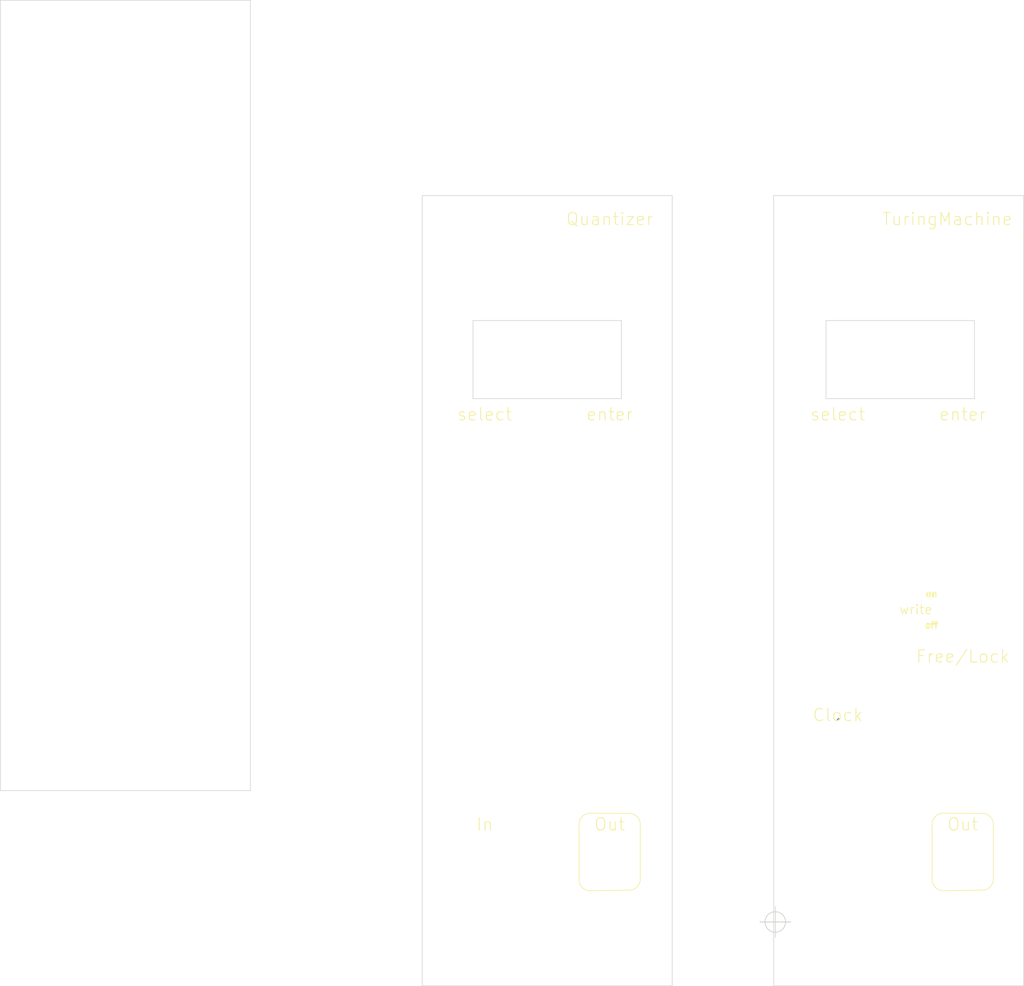
<source format=kicad_pcb>
(kicad_pcb (version 20171130) (host pcbnew "(5.1.8-0-10_14)")

  (general
    (thickness 1.6)
    (drawings 32)
    (tracks 1)
    (zones 0)
    (modules 17)
    (nets 2)
  )

  (page A4)
  (layers
    (0 F.Cu signal)
    (31 B.Cu signal)
    (32 B.Adhes user)
    (33 F.Adhes user)
    (34 B.Paste user)
    (35 F.Paste user)
    (36 B.SilkS user)
    (37 F.SilkS user)
    (38 B.Mask user)
    (39 F.Mask user)
    (40 Dwgs.User user)
    (41 Cmts.User user)
    (42 Eco1.User user)
    (43 Eco2.User user)
    (44 Edge.Cuts user)
    (45 Margin user)
    (46 B.CrtYd user)
    (47 F.CrtYd user)
    (48 B.Fab user)
    (49 F.Fab user)
  )

  (setup
    (last_trace_width 0.25)
    (user_trace_width 0.5)
    (user_trace_width 0.5)
    (user_trace_width 0.5)
    (trace_clearance 0.2)
    (zone_clearance 0.508)
    (zone_45_only no)
    (trace_min 0.2)
    (via_size 0.8)
    (via_drill 0.4)
    (via_min_size 0.4)
    (via_min_drill 0.3)
    (uvia_size 0.3)
    (uvia_drill 0.1)
    (uvias_allowed no)
    (uvia_min_size 0.2)
    (uvia_min_drill 0.1)
    (edge_width 0.1)
    (segment_width 0.2)
    (pcb_text_width 0.3)
    (pcb_text_size 1.5 1.5)
    (mod_edge_width 0.15)
    (mod_text_size 1 1)
    (mod_text_width 0.15)
    (pad_size 1.524 1.524)
    (pad_drill 0.762)
    (pad_to_mask_clearance 0)
    (aux_axis_origin 125.984 149.86)
    (grid_origin 125.984 149.86)
    (visible_elements FFFFFF7F)
    (pcbplotparams
      (layerselection 0x010fc_ffffffff)
      (usegerberextensions false)
      (usegerberattributes true)
      (usegerberadvancedattributes true)
      (creategerberjobfile true)
      (excludeedgelayer true)
      (linewidth 0.100000)
      (plotframeref false)
      (viasonmask false)
      (mode 1)
      (useauxorigin false)
      (hpglpennumber 1)
      (hpglpenspeed 20)
      (hpglpendiameter 15.000000)
      (psnegative false)
      (psa4output false)
      (plotreference true)
      (plotvalue true)
      (plotinvisibletext false)
      (padsonsilk false)
      (subtractmaskfromsilk false)
      (outputformat 1)
      (mirror false)
      (drillshape 1)
      (scaleselection 1)
      (outputdirectory ""))
  )

  (net 0 "")
  (net 1 "Net-(D5-Pad2)")

  (net_class Default "これはデフォルトのネット クラスです。"
    (clearance 0.2)
    (trace_width 0.25)
    (via_dia 0.8)
    (via_drill 0.4)
    (uvia_dia 0.3)
    (uvia_drill 0.1)
    (add_net "Net-(D5-Pad2)")
  )

  (module Attenuverter:annotation_3.5mm_jack_in (layer F.Cu) (tedit 6226F220) (tstamp 622B016B)
    (at 78.74 139.7)
    (fp_text reference In (at 0 -5.715) (layer F.SilkS)
      (effects (font (size 2 2) (thickness 0.15)))
    )
    (fp_text value annotation_3.5mm_jack_in (at 0 6.35) (layer F.Fab) hide
      (effects (font (size 1 1) (thickness 0.15)))
    )
    (fp_circle (center 0 0) (end 4 0) (layer Dwgs.User) (width 0.12))
    (fp_text user %R (at 0.3 0) (layer F.Fab) hide
      (effects (font (size 1 1) (thickness 0.15)))
    )
    (pad 1 np_thru_hole circle (at 0 0) (size 6 6) (drill 6) (layers *.Cu *.Mask))
  )

  (module MountingHole:MountingHole_3.2mm_M3 (layer F.Cu) (tedit 56D1B4CB) (tstamp 622B0062)
    (at 35.56 124.46)
    (descr "Mounting Hole 3.2mm, no annular, M3")
    (tags "mounting hole 3.2mm no annular m3")
    (attr virtual)
    (fp_text reference REF** (at 0 -4.2) (layer F.SilkS) hide
      (effects (font (size 1 1) (thickness 0.15)))
    )
    (fp_text value MountingHole_3.2mm_M3 (at 0 4.2) (layer F.Fab) hide
      (effects (font (size 1 1) (thickness 0.15)))
    )
    (fp_circle (center 0 0) (end 3.45 0) (layer F.CrtYd) (width 0.05))
    (fp_circle (center 0 0) (end 3.2 0) (layer Cmts.User) (width 0.15))
    (fp_text user %R (at 4.12 0.54) (layer F.Fab) hide
      (effects (font (size 1 1) (thickness 0.15)))
    )
    (pad 1 np_thru_hole circle (at 0 0) (size 3.2 3.2) (drill 3.2) (layers *.Cu *.Mask))
  )

  (module MountingHole:MountingHole_3.2mm_M3 (layer F.Cu) (tedit 56D1B4CB) (tstamp 622B00FC)
    (at 73.66 35.56)
    (descr "Mounting Hole 3.2mm, no annular, M3")
    (tags "mounting hole 3.2mm no annular m3")
    (attr virtual)
    (fp_text reference REF** (at 0 -4.2) (layer F.SilkS) hide
      (effects (font (size 1 1) (thickness 0.15)))
    )
    (fp_text value MountingHole_3.2mm_M3 (at 0 4.2) (layer F.Fab) hide
      (effects (font (size 1 1) (thickness 0.15)))
    )
    (fp_circle (center 0 0) (end 3.45 0) (layer F.CrtYd) (width 0.05))
    (fp_circle (center 0 0) (end 3.2 0) (layer Cmts.User) (width 0.15))
    (fp_text user %R (at 1.27 -0.31) (layer F.Fab) hide
      (effects (font (size 1 1) (thickness 0.15)))
    )
    (pad 1 np_thru_hole circle (at 0 0) (size 3.2 3.2) (drill 3.2) (layers *.Cu *.Mask))
  )

  (module Attenuverter:annotation_5.9mm_button (layer F.Cu) (tedit 622AA7A9) (tstamp 622B0406)
    (at 99.06 77.47)
    (fp_text reference enter (at 0 -10.16) (layer F.SilkS)
      (effects (font (size 2 2) (thickness 0.15)))
    )
    (fp_text value annotation_5.9mm_button (at 0 6.985) (layer F.Fab) hide
      (effects (font (size 1 1) (thickness 0.15)))
    )
    (fp_circle (center 0 0) (end 5.7 0) (layer Dwgs.User) (width 0.12))
    (pad "" np_thru_hole circle (at 0 0) (size 5.9 5.9) (drill 5.9) (layers *.Cu *.Mask))
  )

  (module MountingHole:MountingHole_3.2mm_M3 (layer F.Cu) (tedit 56D1B4CB) (tstamp 622B0103)
    (at 104.14 156.21)
    (descr "Mounting Hole 3.2mm, no annular, M3")
    (tags "mounting hole 3.2mm no annular m3")
    (attr virtual)
    (fp_text reference REF** (at 0 -4.2) (layer F.SilkS) hide
      (effects (font (size 1 1) (thickness 0.15)))
    )
    (fp_text value MountingHole_3.2mm_M3 (at 0 4.2) (layer F.Fab) hide
      (effects (font (size 1 1) (thickness 0.15)))
    )
    (fp_circle (center 0 0) (end 3.45 0) (layer F.CrtYd) (width 0.05))
    (fp_circle (center 0 0) (end 3.2 0) (layer Cmts.User) (width 0.15))
    (fp_text user %R (at 4.12 0.54) (layer F.Fab) hide
      (effects (font (size 1 1) (thickness 0.15)))
    )
    (pad 1 np_thru_hole circle (at 0 0) (size 3.2 3.2) (drill 3.2) (layers *.Cu *.Mask))
  )

  (module Attenuverter:annotation_3.5mm_jack_out (layer F.Cu) (tedit 62258355) (tstamp 622B01D6)
    (at 99.06 139.7)
    (fp_text reference Out (at 0 -5.715) (layer F.SilkS)
      (effects (font (size 2 2) (thickness 0.15)))
    )
    (fp_text value annotation_3.5mm_jack_out (at 0 6.35) (layer F.Fab) hide
      (effects (font (size 1 1) (thickness 0.15)))
    )
    (fp_line (start -4.975 3.29) (end -4.975 -5.715) (layer F.SilkS) (width 0.12))
    (fp_line (start 3.185 4.985) (end -3.165 5.08) (layer F.SilkS) (width 0.12))
    (fp_line (start 4.975 -5.715) (end 4.975 3.175) (layer F.SilkS) (width 0.12))
    (fp_line (start -3.185 -7.525) (end 3.165 -7.505) (layer F.SilkS) (width 0.12))
    (fp_circle (center 0 0) (end 4 0) (layer Dwgs.User) (width 0.12))
    (fp_arc (start -3.175 3.28) (end -4.975 3.29) (angle -90) (layer F.SilkS) (width 0.12))
    (fp_arc (start -3.175 -5.725) (end -3.185 -7.525) (angle -90) (layer F.SilkS) (width 0.12))
    (fp_arc (start 3.175 -5.705) (end 4.975 -5.715) (angle -90) (layer F.SilkS) (width 0.12))
    (fp_arc (start 3.175 3.185) (end 3.185 4.985) (angle -90) (layer F.SilkS) (width 0.12))
    (fp_text user %R (at 0.3 0) (layer F.Fab) hide
      (effects (font (size 1 1) (thickness 0.15)))
    )
    (pad 1 np_thru_hole circle (at 0 0) (size 6 6) (drill 6) (layers *.Cu *.Mask))
  )

  (module MountingHole:MountingHole_3.2mm_M3 (layer F.Cu) (tedit 56D1B4CB) (tstamp 622B0008)
    (at 5.08 3.81)
    (descr "Mounting Hole 3.2mm, no annular, M3")
    (tags "mounting hole 3.2mm no annular m3")
    (attr virtual)
    (fp_text reference REF** (at 0 -4.2) (layer F.SilkS) hide
      (effects (font (size 1 1) (thickness 0.15)))
    )
    (fp_text value MountingHole_3.2mm_M3 (at 0 4.2) (layer F.Fab) hide
      (effects (font (size 1 1) (thickness 0.15)))
    )
    (fp_circle (center 0 0) (end 3.45 0) (layer F.CrtYd) (width 0.05))
    (fp_circle (center 0 0) (end 3.2 0) (layer Cmts.User) (width 0.15))
    (fp_text user %R (at 1.27 -0.31) (layer F.Fab) hide
      (effects (font (size 1 1) (thickness 0.15)))
    )
    (pad 1 np_thru_hole circle (at 0 0) (size 3.2 3.2) (drill 3.2) (layers *.Cu *.Mask))
  )

  (module Attenuverter:annotation_6.8mm (layer F.Cu) (tedit 622AA4F6) (tstamp 622B027E)
    (at 78.74 77.47)
    (fp_text reference select (at 0 -10.16) (layer F.SilkS)
      (effects (font (size 2 2) (thickness 0.15)))
    )
    (fp_text value annotation_6.8mm (at 0 8.89) (layer F.Fab) hide
      (effects (font (size 1 1) (thickness 0.15)))
    )
    (fp_circle (center 0 0) (end 7.75 0) (layer Dwgs.User) (width 0.12))
    (pad "" np_thru_hole circle (at 0 0) (size 6.8 6.8) (drill 6.8) (layers *.Cu *.Mask))
  )

  (module Attenuverter:annotation_5.9mm_button (layer F.Cu) (tedit 622AA7A9) (tstamp 622AC402)
    (at 156.464 77.47)
    (fp_text reference enter (at 0 -10.16) (layer F.SilkS)
      (effects (font (size 2 2) (thickness 0.15)))
    )
    (fp_text value annotation_5.9mm_button (at 0 6.985) (layer F.Fab) hide
      (effects (font (size 1 1) (thickness 0.15)))
    )
    (fp_circle (center 0 0) (end 5.7 0) (layer Dwgs.User) (width 0.12))
    (pad "" np_thru_hole circle (at 0 0) (size 5.9 5.9) (drill 5.9) (layers *.Cu *.Mask))
  )

  (module MountingHole:MountingHole_4mm (layer F.Cu) (tedit 56D1B4CB) (tstamp 622B22D8)
    (at 136.144 111.76)
    (descr "Mounting Hole 4mm, no annular")
    (tags "mounting hole 4mm no annular")
    (attr virtual)
    (fp_text reference Clock (at 0 -5) (layer F.SilkS) hide
      (effects (font (size 1 1) (thickness 0.15)))
    )
    (fp_text value MountingHole_4mm (at 0 5) (layer F.Fab) hide
      (effects (font (size 1 1) (thickness 0.15)))
    )
    (fp_circle (center 0 0) (end 4.25 0) (layer F.CrtYd) (width 0.05))
    (fp_circle (center 0 0) (end 4 0) (layer Cmts.User) (width 0.15))
    (fp_text user %R (at 0.3 0) (layer F.Fab)
      (effects (font (size 1 1) (thickness 0.15)))
    )
    (pad 1 np_thru_hole circle (at 0 0) (size 4 4) (drill 4) (layers *.Cu *.Mask))
  )

  (module Attenuverter:annotation_5.8mm (layer F.Cu) (tedit 622AA55A) (tstamp 622AB11F)
    (at 156.464 99.06)
    (fp_text reference write (at -7.62 0) (layer F.SilkS)
      (effects (font (size 1.5 1.5) (thickness 0.15)))
    )
    (fp_text value annotation_5.8mm (at 0 3.81) (layer F.Fab) hide
      (effects (font (size 1 1) (thickness 0.15)))
    )
    (pad "" np_thru_hole circle (at 0 0) (size 5.8 5.8) (drill 5.8) (layers *.Cu *.Mask))
  )

  (module Attenuverter:MountingHole_9mm (layer F.Cu) (tedit 6226F300) (tstamp 622AB130)
    (at 156.464 116.84)
    (fp_text reference Free/Lock (at 0 -10.16) (layer F.SilkS)
      (effects (font (size 2 2) (thickness 0.15)))
    )
    (fp_text value MountingHole_9mm (at 0 8.89) (layer F.Fab) hide
      (effects (font (size 1 1) (thickness 0.15)))
    )
    (fp_circle (center 0 0) (end 7.75 0) (layer Dwgs.User) (width 0.12))
    (fp_circle (center 0 0) (end 6.2 0) (layer Dwgs.User) (width 0.12))
    (pad "" np_thru_hole circle (at 0 0) (size 9 9) (drill 9) (layers *.Cu *.Mask))
  )

  (module Attenuverter:annotation_3.5mm_jack_in (layer F.Cu) (tedit 6226F220) (tstamp 622AC48C)
    (at 136.144 121.92)
    (fp_text reference Clock (at 0 -5.715) (layer F.SilkS)
      (effects (font (size 2 2) (thickness 0.15)))
    )
    (fp_text value annotation_3.5mm_jack_in (at 0 6.35) (layer F.Fab) hide
      (effects (font (size 1 1) (thickness 0.15)))
    )
    (fp_circle (center 0 0) (end 4 0) (layer Dwgs.User) (width 0.12))
    (fp_text user %R (at 0.3 0) (layer F.Fab) hide
      (effects (font (size 1 1) (thickness 0.15)))
    )
    (pad 1 np_thru_hole circle (at 0 0) (size 6 6) (drill 6) (layers *.Cu *.Mask))
  )

  (module Attenuverter:annotation_3.5mm_jack_out (layer F.Cu) (tedit 62258355) (tstamp 622AC431)
    (at 156.464 139.7)
    (fp_text reference Out (at 0 -5.715) (layer F.SilkS)
      (effects (font (size 2 2) (thickness 0.15)))
    )
    (fp_text value annotation_3.5mm_jack_out (at 0 6.35) (layer F.Fab) hide
      (effects (font (size 1 1) (thickness 0.15)))
    )
    (fp_line (start -4.975 3.29) (end -4.975 -5.715) (layer F.SilkS) (width 0.12))
    (fp_line (start 3.185 4.985) (end -3.165 5.08) (layer F.SilkS) (width 0.12))
    (fp_line (start 4.975 -5.715) (end 4.975 3.175) (layer F.SilkS) (width 0.12))
    (fp_line (start -3.185 -7.525) (end 3.165 -7.505) (layer F.SilkS) (width 0.12))
    (fp_circle (center 0 0) (end 4 0) (layer Dwgs.User) (width 0.12))
    (fp_text user %R (at 0.3 0) (layer F.Fab) hide
      (effects (font (size 1 1) (thickness 0.15)))
    )
    (fp_arc (start 3.175 3.185) (end 3.185 4.985) (angle -90) (layer F.SilkS) (width 0.12))
    (fp_arc (start 3.175 -5.705) (end 4.975 -5.715) (angle -90) (layer F.SilkS) (width 0.12))
    (fp_arc (start -3.175 -5.725) (end -3.185 -7.525) (angle -90) (layer F.SilkS) (width 0.12))
    (fp_arc (start -3.175 3.28) (end -4.975 3.29) (angle -90) (layer F.SilkS) (width 0.12))
    (pad 1 np_thru_hole circle (at 0 0) (size 6 6) (drill 6) (layers *.Cu *.Mask))
  )

  (module Attenuverter:annotation_6.8mm (layer F.Cu) (tedit 622AA4F6) (tstamp 622AC407)
    (at 136.144 77.47)
    (fp_text reference select (at 0 -10.16) (layer F.SilkS)
      (effects (font (size 2 2) (thickness 0.15)))
    )
    (fp_text value annotation_6.8mm (at 0 8.89) (layer F.Fab) hide
      (effects (font (size 1 1) (thickness 0.15)))
    )
    (fp_circle (center 0 0) (end 7.75 0) (layer Dwgs.User) (width 0.12))
    (pad "" np_thru_hole circle (at 0 0) (size 6.8 6.8) (drill 6.8) (layers *.Cu *.Mask))
  )

  (module MountingHole:MountingHole_3.2mm_M3 (layer F.Cu) (tedit 56D1B4CB) (tstamp 622AC3DD)
    (at 130.81 35.56)
    (descr "Mounting Hole 3.2mm, no annular, M3")
    (tags "mounting hole 3.2mm no annular m3")
    (attr virtual)
    (fp_text reference REF** (at 0 -4.2) (layer F.SilkS) hide
      (effects (font (size 1 1) (thickness 0.15)))
    )
    (fp_text value MountingHole_3.2mm_M3 (at 0 4.2) (layer F.Fab) hide
      (effects (font (size 1 1) (thickness 0.15)))
    )
    (fp_circle (center 0 0) (end 3.45 0) (layer F.CrtYd) (width 0.05))
    (fp_circle (center 0 0) (end 3.2 0) (layer Cmts.User) (width 0.15))
    (fp_text user %R (at 1.27 -0.31) (layer F.Fab) hide
      (effects (font (size 1 1) (thickness 0.15)))
    )
    (pad 1 np_thru_hole circle (at 0 0) (size 3.2 3.2) (drill 3.2) (layers *.Cu *.Mask))
  )

  (module MountingHole:MountingHole_3.2mm_M3 (layer F.Cu) (tedit 56D1B4CB) (tstamp 622AC3D6)
    (at 161.29 156.21)
    (descr "Mounting Hole 3.2mm, no annular, M3")
    (tags "mounting hole 3.2mm no annular m3")
    (attr virtual)
    (fp_text reference REF** (at 0 -4.2) (layer F.SilkS) hide
      (effects (font (size 1 1) (thickness 0.15)))
    )
    (fp_text value MountingHole_3.2mm_M3 (at 0 4.2) (layer F.Fab) hide
      (effects (font (size 1 1) (thickness 0.15)))
    )
    (fp_circle (center 0 0) (end 3.45 0) (layer F.CrtYd) (width 0.05))
    (fp_circle (center 0 0) (end 3.2 0) (layer Cmts.User) (width 0.15))
    (fp_text user %R (at 4.12 0.54) (layer F.Fab) hide
      (effects (font (size 1 1) (thickness 0.15)))
    )
    (pad 1 np_thru_hole circle (at 0 0) (size 3.2 3.2) (drill 3.2) (layers *.Cu *.Mask))
  )

  (gr_line (start 68.58 31.75) (end 109.22 31.75) (layer Edge.Cuts) (width 0.1) (tstamp 622B010D))
  (gr_line (start 109.22 31.75) (end 109.22 160.25) (layer Edge.Cuts) (width 0.1) (tstamp 622B010C))
  (gr_line (start 68.58 160.25) (end 109.22 160.25) (layer Edge.Cuts) (width 0.1) (tstamp 622B010B))
  (gr_line (start 100.965 52.07) (end 76.835 52.07) (layer Edge.Cuts) (width 0.1) (tstamp 622B03A9))
  (gr_line (start 100.965 64.77) (end 100.965 52.07) (layer Edge.Cuts) (width 0.1))
  (gr_line (start 76.835 64.77) (end 100.965 64.77) (layer Edge.Cuts) (width 0.1))
  (gr_line (start 68.58 41) (end 109.22 41) (layer Dwgs.User) (width 0.15) (tstamp 622B010A))
  (gr_line (start 0 119.25) (end 40.64 119.25) (layer Dwgs.User) (width 0.15))
  (gr_line (start 0 9.25) (end 40.64 9.25) (layer Dwgs.User) (width 0.15))
  (gr_line (start 0 128.5) (end 40.64 128.5) (layer Edge.Cuts) (width 0.1) (tstamp 6229F1B6))
  (gr_line (start 40.64 0) (end 40.64 128.5) (layer Edge.Cuts) (width 0.1) (tstamp 6229F1AC))
  (gr_line (start 0 0) (end 40.64 0) (layer Edge.Cuts) (width 0.1))
  (gr_line (start 0 0) (end 0 128.5) (layer Edge.Cuts) (width 0.1))
  (gr_line (start 76.835 52.07) (end 76.835 64.77) (layer Edge.Cuts) (width 0.1))
  (gr_line (start 68.58 151) (end 109.22 151) (layer Dwgs.User) (width 0.15) (tstamp 622B010F))
  (gr_line (start 68.58 31.75) (end 68.58 160.25) (layer Edge.Cuts) (width 0.1) (tstamp 622B010E))
  (gr_text Quantizer (at 99.06 35.56) (layer F.SilkS)
    (effects (font (size 2 2) (thickness 0.15)))
  )
  (gr_text on (at 151.384 96.52) (layer F.SilkS) (tstamp 622AB16B)
    (effects (font (size 1 1) (thickness 0.25)))
  )
  (gr_text off (at 151.384 101.6) (layer F.SilkS)
    (effects (font (size 1 1) (thickness 0.25)))
  )
  (gr_text TuringMachine (at 153.924 35.56) (layer F.SilkS)
    (effects (font (size 2 2) (thickness 0.15)))
  )
  (gr_line (start 134.239 52.07) (end 134.239 64.77) (layer Edge.Cuts) (width 0.1) (tstamp 622AC40F))
  (gr_line (start 134.239 64.77) (end 158.369 64.77) (layer Edge.Cuts) (width 0.1) (tstamp 622AC40E))
  (gr_line (start 158.369 64.77) (end 158.369 52.07) (layer Edge.Cuts) (width 0.1) (tstamp 622AC40D))
  (gr_line (start 158.369 52.07) (end 134.239 52.07) (layer Edge.Cuts) (width 0.1) (tstamp 622AC40C))
  (gr_line (start 125.73 31.75) (end 125.73 160.25) (layer Edge.Cuts) (width 0.1) (tstamp 622AC3E9))
  (gr_line (start 125.73 31.75) (end 166.37 31.75) (layer Edge.Cuts) (width 0.1) (tstamp 622AC3E8))
  (gr_line (start 166.37 31.75) (end 166.37 160.25) (layer Edge.Cuts) (width 0.1) (tstamp 622AC3E7))
  (gr_line (start 125.73 160.25) (end 166.37 160.25) (layer Edge.Cuts) (width 0.1) (tstamp 622AC3E6))
  (gr_line (start 125.73 41) (end 166.37 41) (layer Dwgs.User) (width 0.15) (tstamp 622AC3E5))
  (gr_line (start 125.73 151) (end 166.37 151) (layer Dwgs.User) (width 0.15) (tstamp 622AC3E4))
  (target plus (at 125.984 149.86) (size 5) (width 0.1) (layer Edge.Cuts))
  (target plus (at 125.984 149.86) (size 5) (width 0.1) (layer Edge.Cuts) (tstamp 622AC162))

  (segment (start 136.274 116.84) (end 136.114 117) (width 0.25) (layer B.Cu) (net 1) (tstamp 622ABB0B))

)

</source>
